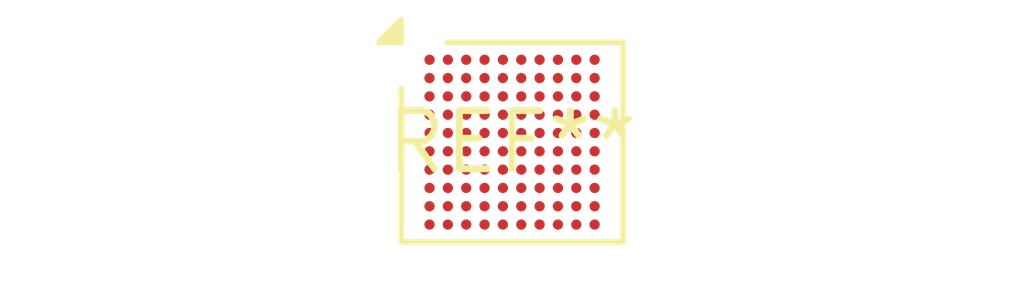
<source format=kicad_pcb>
(kicad_pcb (version 20240108) (generator pcbnew)
  (layers (0 "F.Cu" signal) (31 "B.Cu" signal) (34 "B.Paste" user) (35 "F.Paste" user) (36 "B.SilkS" user "B.Silkscreen") (37 "F.SilkS" user "F.Silkscreen") (38 "B.Mask" user) (39 "F.Mask" user) (44 "Edge.Cuts" user))
  (net 0 "")
  (footprint "ST_WLCSP-100_Die461" (layer "F.Cu") (at 0 0)
    (property "Reference" "REF**")
    (property "Value" "ST_WLCSP-100_Die461")
    (fp_line (start -2.419 2.181) (end -2.419 -1.181) (layer "F.SilkS") (stroke (width 0.12)))
    (fp_line (start -1.419 -2.181) (end 2.419 -2.181) (layer "F.SilkS") (stroke (width 0.12)))
    (fp_line (start 2.419 -2.181) (end 2.419 2.181) (layer "F.SilkS") (stroke (width 0.12)))
    (fp_line (start 2.419 2.181) (end -2.419 2.181) (layer "F.SilkS") (stroke (width 0.12)))
    (fp_poly (pts (xy -2.419 -2.181) (xy -2.919 -2.181) (xy -2.419 -2.681) (xy -2.419 -2.181)) (layer "F.SilkS") (stroke (width 0.12)) (fill solid))
    (pad "A1" smd circle (at -1.8 -1.8) (size 0.225 0.225) (property pad_prop_bga) (layers "F.Cu" "F.Paste" "F.Mask"))
    (pad "A2" smd circle (at -1.4 -1.8) (size 0.225 0.225) (property pad_prop_bga) (layers "F.Cu" "F.Paste" "F.Mask"))
    (pad "A3" smd circle (at -1 -1.8) (size 0.225 0.225) (property pad_prop_bga) (layers "F.Cu" "F.Paste" "F.Mask"))
    (pad "A4" smd circle (at -0.6 -1.8) (size 0.225 0.225) (property pad_prop_bga) (layers "F.Cu" "F.Paste" "F.Mask"))
    (pad "A5" smd circle (at -0.2 -1.8) (size 0.225 0.225) (property pad_prop_bga) (layers "F.Cu" "F.Paste" "F.Mask"))
    (pad "A6" smd circle (at 0.2 -1.8) (size 0.225 0.225) (property pad_prop_bga) (layers "F.Cu" "F.Paste" "F.Mask"))
    (pad "A7" smd circle (at 0.6 -1.8) (size 0.225 0.225) (property pad_prop_bga) (layers "F.Cu" "F.Paste" "F.Mask"))
    (pad "A8" smd circle (at 1 -1.8) (size 0.225 0.225) (property pad_prop_bga) (layers "F.Cu" "F.Paste" "F.Mask"))
    (pad "A9" smd circle (at 1.4 -1.8) (size 0.225 0.225) (property pad_prop_bga) (layers "F.Cu" "F.Paste" "F.Mask"))
    (pad "A10" smd circle (at 1.8 -1.8) (size 0.225 0.225) (property pad_prop_bga) (layers "F.Cu" "F.Paste" "F.Mask"))
    (pad "B1" smd circle (at -1.8 -1.4) (size 0.225 0.225) (property pad_prop_bga) (layers "F.Cu" "F.Paste" "F.Mask"))
    (pad "B2" smd circle (at -1.4 -1.4) (size 0.225 0.225) (property pad_prop_bga) (layers "F.Cu" "F.Paste" "F.Mask"))
    (pad "B3" smd circle (at -1 -1.4) (size 0.225 0.225) (property pad_prop_bga) (layers "F.Cu" "F.Paste" "F.Mask"))
    (pad "B4" smd circle (at -0.6 -1.4) (size 0.225 0.225) (property pad_prop_bga) (layers "F.Cu" "F.Paste" "F.Mask"))
    (pad "B5" smd circle (at -0.2 -1.4) (size 0.225 0.225) (property pad_prop_bga) (layers "F.Cu" "F.Paste" "F.Mask"))
    (pad "B6" smd circle (at 0.2 -1.4) (size 0.225 0.225) (property pad_prop_bga) (layers "F.Cu" "F.Paste" "F.Mask"))
    (pad "B7" smd circle (at 0.6 -1.4) (size 0.225 0.225) (property pad_prop_bga) (layers "F.Cu" "F.Paste" "F.Mask"))
    (pad "B8" smd circle (at 1 -1.4) (size 0.225 0.225) (property pad_prop_bga) (layers "F.Cu" "F.Paste" "F.Mask"))
    (pad "B9" smd circle (at 1.4 -1.4) (size 0.225 0.225) (property pad_prop_bga) (layers "F.Cu" "F.Paste" "F.Mask"))
    (pad "B10" smd circle (at 1.8 -1.4) (size 0.225 0.225) (property pad_prop_bga) (layers "F.Cu" "F.Paste" "F.Mask"))
    (pad "C1" smd circle (at -1.8 -1) (size 0.225 0.225) (property pad_prop_bga) (layers "F.Cu" "F.Paste" "F.Mask"))
    (pad "C2" smd circle (at -1.4 -1) (size 0.225 0.225) (property pad_prop_bga) (layers "F.Cu" "F.Paste" "F.Mask"))
    (pad "C3" smd circle (at -1 -1) (size 0.225 0.225) (property pad_prop_bga) (layers "F.Cu" "F.Paste" "F.Mask"))
    (pad "C4" smd circle (at -0.6 -1) (size 0.225 0.225) (property pad_prop_bga) (layers "F.Cu" "F.Paste" "F.Mask"))
    (pad "C5" smd circle (at -0.2 -1) (size 0.225 0.225) (property pad_prop_bga) (layers "F.Cu" "F.Paste" "F.Mask"))
    (pad "C6" smd circle (at 0.2 -1) (size 0.225 0.225) (property pad_prop_bga) (layers "F.Cu" "F.Paste" "F.Mask"))
    (pad "C7" smd circle (at 0.6 -1) (size 0.225 0.225) (property pad_prop_bga) (layers "F.Cu" "F.Paste" "F.Mask"))
    (pad "C8" smd circle (at 1 -1) (size 0.225 0.225) (property pad_prop_bga) (layers "F.Cu" "F.Paste" "F.Mask"))
    (pad "C9" smd circle (at 1.4 -1) (size 0.225 0.225) (property pad_prop_bga) (layers "F.Cu" "F.Paste" "F.Mask"))
    (pad "C10" smd circle (at 1.8 -1) (size 0.225 0.225) (property pad_prop_bga) (layers "F.Cu" "F.Paste" "F.Mask"))
    (pad "D1" smd circle (at -1.8 -0.6) (size 0.225 0.225) (property pad_prop_bga) (layers "F.Cu" "F.Paste" "F.Mask"))
    (pad "D2" smd circle (at -1.4 -0.6) (size 0.225 0.225) (property pad_prop_bga) (layers "F.Cu" "F.Paste" "F.Mask"))
    (pad "D3" smd circle (at -1 -0.6) (size 0.225 0.225) (property pad_prop_bga) (layers "F.Cu" "F.Paste" "F.Mask"))
    (pad "D4" smd circle (at -0.6 -0.6) (size 0.225 0.225) (property pad_prop_bga) (layers "F.Cu" "F.Paste" "F.Mask"))
    (pad "D5" smd circle (at -0.2 -0.6) (size 0.225 0.225) (property pad_prop_bga) (layers "F.Cu" "F.Paste" "F.Mask"))
    (pad "D6" smd circle (at 0.2 -0.6) (size 0.225 0.225) (property pad_prop_bga) (layers "F.Cu" "F.Paste" "F.Mask"))
    (pad "D7" smd circle (at 0.6 -0.6) (size 0.225 0.225) (property pad_prop_bga) (layers "F.Cu" "F.Paste" "F.Mask"))
    (pad "D8" smd circle (at 1 -0.6) (size 0.225 0.225) (property pad_prop_bga) (layers "F.Cu" "F.Paste" "F.Mask"))
    (pad "D9" smd circle (at 1.4 -0.6) (size 0.225 0.225) (property pad_prop_bga) (layers "F.Cu" "F.Paste" "F.Mask"))
    (pad "D10" smd circle (at 1.8 -0.6) (size 0.225 0.225) (property pad_prop_bga) (layers "F.Cu" "F.Paste" "F.Mask"))
    (pad "E1" smd circle (at -1.8 -0.2) (size 0.225 0.225) (property pad_prop_bga) (layers "F.Cu" "F.Paste" "F.Mask"))
    (pad "E2" smd circle (at -1.4 -0.2) (size 0.225 0.225) (property pad_prop_bga) (layers "F.Cu" "F.Paste" "F.Mask"))
    (pad "E3" smd circle (at -1 -0.2) (size 0.225 0.225) (property pad_prop_bga) (layers "F.Cu" "F.Paste" "F.Mask"))
    (pad "E4" smd circle (at -0.6 -0.2) (size 0.225 0.225) (property pad_prop_bga) (layers "F.Cu" "F.Paste" "F.Mask"))
    (pad "E5" smd circle (at -0.2 -0.2) (size 0.225 0.225) (property pad_prop_bga) (layers "F.Cu" "F.Paste" "F.Mask"))
    (pad "E6" smd circle (at 0.2 -0.2) (size 0.225 0.225) (property pad_prop_bga) (layers "F.Cu" "F.Paste" "F.Mask"))
    (pad "E7" smd circle (at 0.6 -0.2) (size 0.225 0.225) (property pad_prop_bga) (layers "F.Cu" "F.Paste" "F.Mask"))
    (pad "E8" smd circle (at 1 -0.2) (size 0.225 0.225) (property pad_prop_bga) (layers "F.Cu" "F.Paste" "F.Mask"))
    (pad "E9" smd circle (at 1.4 -0.2) (size 0.225 0.225) (property pad_prop_bga) (layers "F.Cu" "F.Paste" "F.Mask"))
    (pad "E10" smd circle (at 1.8 -0.2) (size 0.225 0.225) (property pad_prop_bga) (layers "F.Cu" "F.Paste" "F.Mask"))
    (pad "F1" smd circle (at -1.8 0.2) (size 0.225 0.225) (property pad_prop_bga) (layers "F.Cu" "F.Paste" "F.Mask"))
    (pad "F2" smd circle (at -1.4 0.2) (size 0.225 0.225) (property pad_prop_bga) (layers "F.Cu" "F.Paste" "F.Mask"))
    (pad "F3" smd circle (at -1 0.2) (size 0.225 0.225) (property pad_prop_bga) (layers "F.Cu" "F.Paste" "F.Mask"))
    (pad "F4" smd circle (at -0.6 0.2) (size 0.225 0.225) (property pad_prop_bga) (layers "F.Cu" "F.Paste" "F.Mask"))
    (pad "F5" smd circle (at -0.2 0.2) (size 0.225 0.225) (property pad_prop_bga) (layers "F.Cu" "F.Paste" "F.Mask"))
    (pad "F6" smd circle (at 0.2 0.2) (size 0.225 0.225) (property pad_prop_bga) (layers "F.Cu" "F.Paste" "F.Mask"))
    (pad "F7" smd circle (at 0.6 0.2) (size 0.225 0.225) (property pad_prop_bga) (layers "F.Cu" "F.Paste" "F.Mask"))
    (pad "F8" smd circle (at 1 0.2) (size 0.225 0.225) (property pad_prop_bga) (layers "F.Cu" "F.Paste" "F.Mask"))
    (pad "F9" smd circle (at 1.4 0.2) (size 0.225 0.225) (property pad_prop_bga) (layers "F.Cu" "F.Paste" "F.Mask"))
    (pad "F10" smd circle (at 1.8 0.2) (size 0.225 0.225) (property pad_prop_bga) (layers "F.Cu" "F.Paste" "F.Mask"))
    (pad "G1" smd circle (at -1.8 0.6) (size 0.225 0.225) (property pad_prop_bga) (layers "F.Cu" "F.Paste" "F.Mask"))
    (pad "G2" smd circle (at -1.4 0.6) (size 0.225 0.225) (property pad_prop_bga) (layers "F.Cu" "F.Paste" "F.Mask"))
    (pad "G3" smd circle (at -1 0.6) (size 0.225 0.225) (property pad_prop_bga) (layers "F.Cu" "F.Paste" "F.Mask"))
    (pad "G4" smd circle (at -0.6 0.6) (size 0.225 0.225) (property pad_prop_bga) (layers "F.Cu" "F.Paste" "F.Mask"))
    (pad "G5" smd circle (at -0.2 0.6) (size 0.225 0.225) (property pad_prop_bga) (layers "F.Cu" "F.Paste" "F.Mask"))
    (pad "G6" smd circle (at 0.2 0.6) (size 0.225 0.225) (property pad_prop_bga) (layers "F.Cu" "F.Paste" "F.Mask"))
    (pad "G7" smd circle (at 0.6 0.6) (size 0.225 0.225) (property pad_prop_bga) (layers "F.Cu" "F.Paste" "F.Mask"))
    (pad "G8" smd circle (at 1 0.6) (size 0.225 0.225) (property pad_prop_bga) (layers "F.Cu" "F.Paste" "F.Mask"))
    (pad "G9" smd circle (at 1.4 0.6) (size 0.225 0.225) (property pad_prop_bga) (layers "F.Cu" "F.Paste" "F.Mask"))
    (pad "G10" smd circle (at 1.8 0.6) (size 0.225 0.225) (property pad_prop_bga) (layers "F.Cu" "F.Paste" "F.Mask"))
    (pad "H1" smd circle (at -1.8 1) (size 0.225 0.225) (property pad_prop_bga) (layers "F.Cu" "F.Paste" "F.Mask"))
    (pad "H2" smd circle (at -1.4 1) (size 0.225 0.225) (property pad_prop_bga) (layers "F.Cu" "F.Paste" "F.Mask"))
    (pad "H3" smd circle (at -1 1) (size 0.225 0.225) (property pad_prop_bga) (layers "F.Cu" "F.Paste" "F.Mask"))
    (pad "H4" smd circle (at -0.6 1) (size 0.225 0.225) (property pad_prop_bga) (layers "F.Cu" "F.Paste" "F.Mask"))
    (pad "H5" smd circle (at -0.2 1) (size 0.225 0.225) (property pad_prop_bga) (layers "F.Cu" "F.Paste" "F.Mask"))
    (pad "H6" smd circle (at 0.2 1) (size 0.225 0.225) (property pad_prop_bga) (layers "F.Cu" "F.Paste" "F.Mask"))
    (pad "H7" smd circle (at 0.6 1) (size 0.225 0.225) (property pad_prop_bga) (layers "F.Cu" "F.Paste" "F.Mask"))
    (pad "H8" smd circle (at 1 1) (size 0.225 0.225) (property pad_prop_bga) (layers "F.Cu" "F.Paste" "F.Mask"))
    (pad "H9" smd circle (at 1.4 1) (size 0.225 0.225) (property pad_prop_bga) (layers "F.Cu" "F.Paste" "F.Mask"))
    (pad "H10" smd circle (at 1.8 1) (size 0.225 0.225) (property pad_prop_bga) (layers "F.Cu" "F.Paste" "F.Mask"))
    (pad "J1" smd circle (at -1.8 1.4) (size 0.225 0.225) (property pad_prop_bga) (layers "F.Cu" "F.Paste" "F.Mask"))
    (pad "J2" smd circle (at -1.4 1.4) (size 0.225 0.225) (property pad_prop_bga) (layers "F.Cu" "F.Paste" "F.Mask"))
    (pad "J3" smd circle (at -1 1.4) (size 0.225 0.225) (property pad_prop_bga) (layers "F.Cu" "F.Paste" "F.Mask"))
    (pad "J4" smd circle (at -0.6 1.4) (size 0.225 0.225) (property pad_prop_bga) (layers "F.Cu" "F.Paste" "F.Mask"))
    (pad "J5" smd circle (at -0.2 1.4) (size 0.225 0.225) (property pad_prop_bga) (layers "F.Cu" "F.Paste" "F.Mask"))
    (pad "J6" smd circle (at 0.2 1.4) (size 0.225 0.225) (property pad_prop_bga) (layers "F.Cu" "F.Paste" "F.Mask"))
    (pad "J7" smd circle (at 0.6 1.4) (size 0.225 0.225) (property pad_prop_bga) (layers "F.Cu" "F.Paste" "F.Mask"))
    (pad "J8" smd circle (at 1 1.4) (size 0.225 0.225) (property pad_prop_bga) (layers "F.Cu" "F.Paste" "F.Mask"))
    (pad "J9" smd circle (at 1.4 1.4) (size 0.225 0.225) (property pad_prop_bga) (layers "F.Cu" "F.Paste" "F.Mask"))
    (pad "J10" smd circle (at 1.8 1.4) (size 0.225 0.225) (property pad_prop_bga) (layers "F.Cu" "F.Paste" "F.Mask"))
    (pad "K1" smd circle (at -1.8 1.8) (size 0.225 0.225) (property pad_prop_bga) (layers "F.Cu" "F.Paste" "F.Mask"))
    (pad "K2" smd circle (at -1.4 1.8) (size 0.225 0.225) (property pad_prop_bga) (layers "F.Cu" "F.Paste" "F.Mask"))
    (pad "K3" smd circle (at -1 1.8) (size 0.225 0.225) (property pad_prop_bga) (layers "F.Cu" "F.Paste" "F.Mask"))
    (pad "K4" smd circle (at -0.6 1.8) (size 0.225 0.225) (property pad_prop_bga) (layers "F.Cu" "F.Paste" "F.Mask"))
    (pad "K5" smd circle (at -0.2 1.8) (size 0.225 0.225) (property pad_prop_bga) (layers "F.Cu" "F.Paste" "F.Mask"))
    (pad "K6" smd circle (at 0.2 1.8) (size 0.225 0.225) (property pad_prop_bga) (layers "F.Cu" "F.Paste" "F.Mask"))
    (pad "K7" smd circle (at 0.6 1.8) (size 0.225 0.225) (property pad_prop_bga) (layers "F.Cu" "F.Paste" "F.Mask"))
    (pad "K8" smd circle (at 1 1.8) (size 0.225 0.225) (property pad_prop_bga) (layers "F.Cu" "F.Paste" "F.Mask"))
    (pad "K9" smd circle (at 1.4 1.8) (size 0.225 0.225) (property pad_prop_bga) (layers "F.Cu" "F.Paste" "F.Mask"))
    (pad "K10" smd circle (at 1.8 1.8) (size 0.225 0.225) (property pad_prop_bga) (layers "F.Cu" "F.Paste" "F.Mask"))
  )
)
</source>
